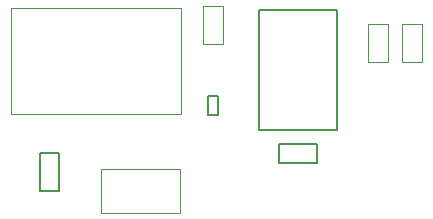
<source format=gbr>
G04*
G04 #@! TF.GenerationSoftware,Altium Limited,Altium Designer,24.8.2 (39)*
G04*
G04 Layer_Color=16711935*
%FSLAX25Y25*%
%MOIN*%
G70*
G04*
G04 #@! TF.SameCoordinates,7DA90572-2472-42F9-BF80-4CDDFEAFDCCF*
G04*
G04*
G04 #@! TF.FilePolarity,Positive*
G04*
G01*
G75*
%ADD11C,0.00787*%
%ADD42C,0.00394*%
D11*
X377701Y355350D02*
Y361650D01*
Y355350D02*
X390299D01*
Y361650D01*
X377701D02*
X390299D01*
X353925Y377650D02*
X357075D01*
X353925Y371350D02*
Y377650D01*
Y371350D02*
X357075D01*
Y377650D01*
X371008Y366500D02*
Y406500D01*
Y366500D02*
X396992D01*
Y406500D01*
X371008D02*
X396992D01*
X297850Y358799D02*
X304150D01*
X297850Y346201D02*
Y358799D01*
Y346201D02*
X304150D01*
Y358799D01*
D42*
X407154Y401799D02*
X413846D01*
X407154Y389201D02*
X413846D01*
Y401799D01*
X407154Y389201D02*
Y401799D01*
X418653Y389201D02*
X425347D01*
X418653Y401799D02*
X425347D01*
X418653Y389201D02*
Y401799D01*
X425347Y389201D02*
Y401799D01*
X352153Y407799D02*
X358846D01*
X352153Y395201D02*
X358846D01*
Y407799D01*
X352153Y395201D02*
Y407799D01*
X288184Y371783D02*
X344877D01*
X288184D02*
Y407215D01*
X344877D01*
Y371783D02*
Y407215D01*
X318311Y338717D02*
X344689D01*
X318311Y353284D02*
X344689D01*
X318311Y338717D02*
Y353284D01*
X344689Y338717D02*
Y353284D01*
M02*

</source>
